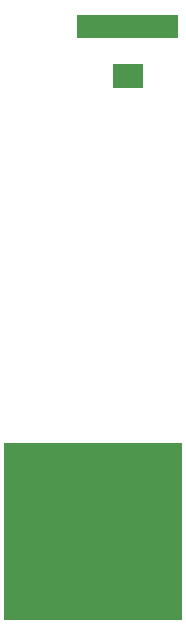
<source format=gko>
G04*
G04 #@! TF.GenerationSoftware,Altium Limited,Altium Designer,25.2.1 (25)*
G04*
G04 Layer_Color=16711935*
%FSLAX24Y24*%
%MOIN*%
G70*
G04*
G04 #@! TF.SameCoordinates,7B2066EB-CBC2-4D7E-9A59-9876444C2551*
G04*
G04*
G04 #@! TF.FilePolarity,Positive*
G04*
G01*
G75*
G36*
X5939Y19793D02*
X2593D01*
Y20581D01*
X5939D01*
Y19793D01*
D02*
G37*
G36*
X4778Y18140D02*
X3793D01*
Y18927D01*
X4778D01*
Y18140D01*
D02*
G37*
G36*
X6073Y408D02*
X168D01*
Y6314D01*
X6073D01*
Y408D01*
D02*
G37*
M02*

</source>
